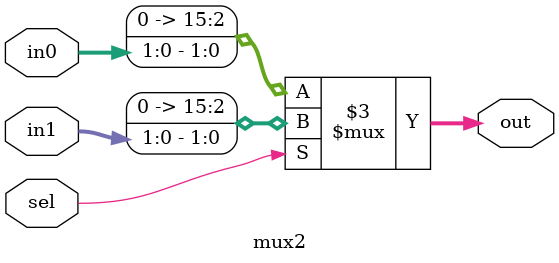
<source format=sv>
module mux2 #(parameter N=2)(
        input [N-1:0] in0, in1,
        input sel,
        output reg [15:0] out
        );

    always @*
        case(sel)
        0: out = in0 ;
        default: out = in1 ;
        endcase
endmodule
</source>
